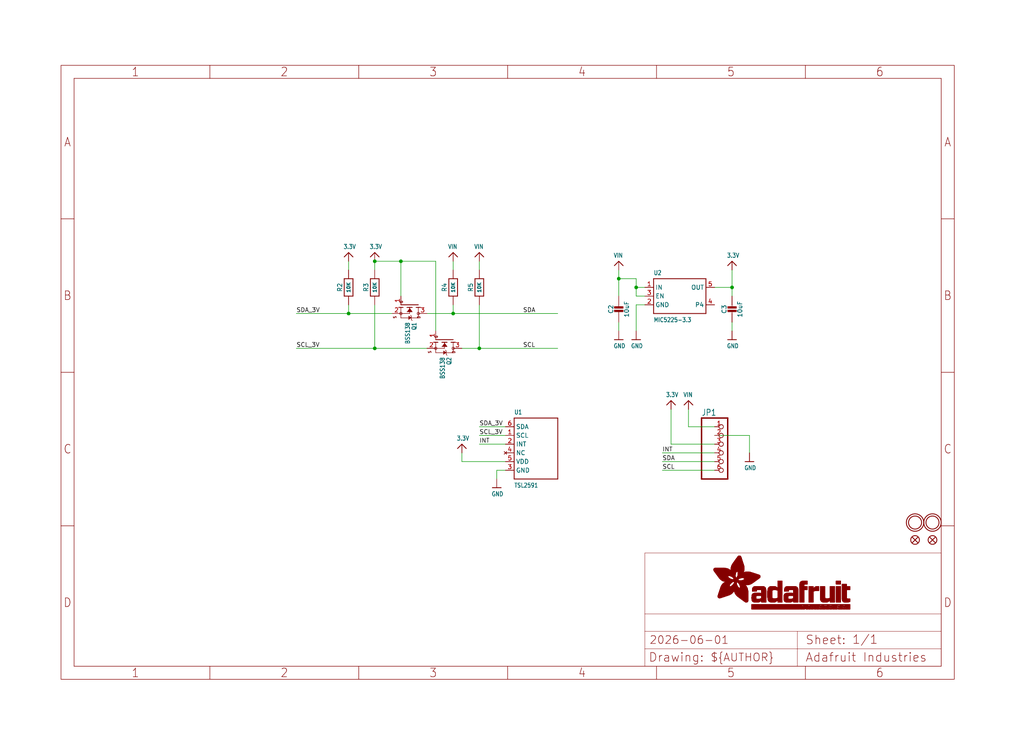
<source format=kicad_sch>
(kicad_sch (version 20230121) (generator eeschema)
  (paper "User" 298.45 217.322)
  (lib_symbols
    (symbol "working-eagle-import:3.3V" (power)
      (property "Value" "3.3V" (at -1.524 1.016 0))
      (symbol "3.3V_1_0"
        (pin power_in line (at 0 -2.54 90) (length 2.54) (name "3.3V") (number "1"))
      )
    )
    (symbol "working-eagle-import:CAP_CERAMIC0805-NOOUTLINE"
      (property "Reference" "C" (at -2.29 1.25 90))
      (symbol "CAP_CERAMIC0805-NOOUTLINE_1_0"
        (pin passive line (at 0 5.08 270) (length 2.54) (name "1") (number "1"))
        (pin passive line (at 0 -2.54 90) (length 2.54) (name "2") (number "2"))
      )
    )
    (symbol "working-eagle-import:FIDUCIAL{dblquote}{dblquote}")
    (symbol "working-eagle-import:FRAME_A4_ADAFRUIT"
      (symbol "FRAME_A4_ADAFRUIT_1_0"
        (text "${#}/${##}" (at 230.505 10.16 0) (effects (font (size 2.54 2.54)) (justify left bottom)))
        (text "${AUTHOR}" (at 189.23 5.08 0) (effects (font (size 2.286 2.286)) (justify left bottom)))
        (text "${CURRENT_DATE}" (at 171.45 10.16 0) (effects (font (size 2.286 2.286)) (justify left bottom)))
        (text "${PROJECTNAME}" (at 171.45 15.24 0) (effects (font (size 2.54 2.54)) (justify left bottom)))
        (text "1" (at 21.6958 1.905 0) (effects (font (size 2.54 2.286))))
        (text "1" (at 21.6958 177.165 0) (effects (font (size 2.54 2.286))))
        (text "2" (at 65.0875 1.905 0) (effects (font (size 2.54 2.286))))
        (text "2" (at 65.0875 177.165 0) (effects (font (size 2.54 2.286))))
        (text "3" (at 108.4792 1.905 0) (effects (font (size 2.54 2.286))))
        (text "3" (at 108.4792 177.165 0) (effects (font (size 2.54 2.286))))
        (text "4" (at 151.8708 1.905 0) (effects (font (size 2.54 2.286))))
        (text "4" (at 151.8708 177.165 0) (effects (font (size 2.54 2.286))))
        (text "5" (at 195.2625 1.905 0) (effects (font (size 2.54 2.286))))
        (text "5" (at 195.2625 177.165 0) (effects (font (size 2.54 2.286))))
        (text "6" (at 238.6542 1.905 0) (effects (font (size 2.54 2.286))))
        (text "6" (at 238.6542 177.165 0) (effects (font (size 2.54 2.286))))
        (text "A" (at 1.905 156.6863 0) (effects (font (size 2.54 2.286))))
        (text "A" (at 258.445 156.6863 0) (effects (font (size 2.54 2.286))))
        (text "Adafruit Industries" (at 216.916 4.953 0) (effects (font (size 2.54 2.54)) (justify left bottom)))
        (text "B" (at 1.905 111.9188 0) (effects (font (size 2.54 2.286))))
        (text "B" (at 258.445 111.9188 0) (effects (font (size 2.54 2.286))))
        (text "C" (at 1.905 67.1513 0) (effects (font (size 2.54 2.286))))
        (text "C" (at 258.445 67.1513 0) (effects (font (size 2.54 2.286))))
        (text "D" (at 1.905 22.3838 0) (effects (font (size 2.54 2.286))))
        (text "D" (at 258.445 22.3838 0) (effects (font (size 2.54 2.286))))
        (text "Drawing:" (at 171.196 4.953 0) (effects (font (size 2.54 2.54)) (justify left bottom)))
        (text "Sheet:" (at 216.916 10.033 0) (effects (font (size 2.54 2.54)) (justify left bottom)))
      )
    )
    (symbol "working-eagle-import:GND" (power)
      (property "Value" "GND" (at -1.524 -2.54 0))
      (symbol "GND_1_0"
        (pin power_in line (at 0 2.54 270) (length 2.54) (name "GND") (number "1"))
      )
    )
    (symbol "working-eagle-import:HEADER-1X676MIL_FULLROUND"
      (property "Reference" "JP" (at -6.35 10.795 0))
      (symbol "HEADER-1X676MIL_FULLROUND_1_0"
        (pin passive inverted (at -2.54 7.62 0) (length 2.54) (name "1") (number "1"))
        (pin passive inverted (at -2.54 5.08 0) (length 2.54) (name "2") (number "2"))
        (pin passive inverted (at -2.54 2.54 0) (length 2.54) (name "3") (number "3"))
        (pin passive inverted (at -2.54 0 0) (length 2.54) (name "4") (number "4"))
        (pin passive inverted (at -2.54 -2.54 0) (length 2.54) (name "5") (number "5"))
        (pin passive inverted (at -2.54 -5.08 0) (length 2.54) (name "6") (number "6"))
      )
    )
    (symbol "working-eagle-import:LIGHT_TSL2591"
      (property "Reference" "U" (at -7.62 8.636 0))
      (symbol "LIGHT_TSL2591_1_0"
        (pin bidirectional line (at -10.16 2.54 0) (length 2.54) (name "SCL") (number "1"))
        (pin output line (at -10.16 0 0) (length 2.54) (name "INT") (number "2"))
        (pin power_in line (at -10.16 -7.62 0) (length 2.54) (name "GND") (number "3"))
        (pin no_connect line (at -10.16 -2.54 0) (length 2.54) (name "NC") (number "4"))
        (pin power_in line (at -10.16 -5.08 0) (length 2.54) (name "VDD") (number "5"))
        (pin bidirectional line (at -10.16 5.08 0) (length 2.54) (name "SDA") (number "6"))
      )
    )
    (symbol "working-eagle-import:MOSFET-NWIDE"
      (property "Reference" "Q" (at 5.08 0.635 0))
      (symbol "MOSFET-NWIDE_1_0"
        (text "D" (at 3.175 3.175 0) (effects (font (size 0.8128 0.6908)) (justify left bottom)))
        (text "G" (at -1.27 -1.905 0) (effects (font (size 0.8128 0.6908)) (justify left bottom)))
        (text "S" (at 3.175 -3.81 0) (effects (font (size 0.8128 0.6908)) (justify left bottom)))
        (pin bidirectional line (at -2.54 -2.54 0) (length 2.54) (name "G") (number "1"))
        (pin bidirectional line (at 2.54 -5.08 90) (length 2.54) (name "S") (number "2"))
        (pin bidirectional line (at 2.54 5.08 270) (length 2.54) (name "D") (number "3"))
      )
    )
    (symbol "working-eagle-import:MOUNTINGHOLE2.5")
    (symbol "working-eagle-import:RESISTOR0805_NOOUTLINE"
      (property "Reference" "R" (at 0 2.54 0))
      (symbol "RESISTOR0805_NOOUTLINE_1_0"
        (pin passive line (at -5.08 0 0) (length 2.54) (name "1") (number "1"))
        (pin passive line (at 5.08 0 180) (length 2.54) (name "2") (number "2"))
      )
    )
    (symbol "working-eagle-import:RESISTOR_0805MP"
      (property "Reference" "R" (at 0 2.54 0))
      (symbol "RESISTOR_0805MP_1_0"
        (pin passive line (at -5.08 0 0) (length 2.54) (name "1") (number "1"))
        (pin passive line (at 5.08 0 180) (length 2.54) (name "2") (number "2"))
      )
    )
    (symbol "working-eagle-import:VIN" (power)
      (property "Value" "VIN" (at -1.524 1.016 0))
      (symbol "VIN_1_0"
        (pin power_in line (at 0 -2.54 90) (length 2.54) (name "VIN") (number "1"))
      )
    )
    (symbol "working-eagle-import:VREG_SOT23-5"
      (property "Reference" "U" (at -7.62 6.096 0))
      (symbol "VREG_SOT23-5_1_0"
        (pin power_in line (at -10.16 2.54 0) (length 2.54) (name "IN") (number "1"))
        (pin power_in line (at -10.16 -2.54 0) (length 2.54) (name "GND") (number "2"))
        (pin input line (at -10.16 0 0) (length 2.54) (name "EN") (number "3"))
        (pin bidirectional line (at 10.16 -2.54 180) (length 2.54) (name "P4") (number "4"))
        (pin power_in line (at 10.16 2.54 180) (length 2.54) (name "OUT") (number "5"))
      )
    )
  )
  (junction (at 116.84 76.2))
  (junction (at 132.08 91.44))
  (junction (at 101.6 91.44))
  (junction (at 213.36 83.82))
  (junction (at 139.7 101.6))
  (junction (at 109.22 76.2))
  (junction (at 180.34 81.28))
  (junction (at 185.42 83.82))
  (junction (at 109.22 101.6))
  (wire (pts (xy 124.46 91.44) (xy 132.08 91.44)) (stroke (width 0.1524)))
  (wire (pts (xy 195.58 129.54) (xy 195.58 119.38)) (stroke (width 0.1524)))
  (wire (pts (xy 132.08 88.9) (xy 132.08 91.44)) (stroke (width 0.1524)))
  (wire (pts (xy 147.32 124.46) (xy 139.7 124.46)) (stroke (width 0.1524)))
  (wire (pts (xy 101.6 78.74) (xy 101.6 76.2)) (stroke (width 0.1524)))
  (wire (pts (xy 213.36 83.82) (xy 213.36 86.36)) (stroke (width 0.1524)))
  (wire (pts (xy 187.96 88.9) (xy 185.42 88.9)) (stroke (width 0.1524)))
  (wire (pts (xy 185.42 81.28) (xy 180.34 81.28)) (stroke (width 0.1524)))
  (wire (pts (xy 144.78 137.16) (xy 144.78 139.7)) (stroke (width 0.1524)))
  (wire (pts (xy 132.08 91.44) (xy 162.56 91.44)) (stroke (width 0.1524)))
  (wire (pts (xy 185.42 83.82) (xy 185.42 81.28)) (stroke (width 0.1524)))
  (wire (pts (xy 180.34 93.98) (xy 180.34 96.52)) (stroke (width 0.1524)))
  (wire (pts (xy 193.04 134.62) (xy 208.28 134.62)) (stroke (width 0.1524)))
  (wire (pts (xy 208.28 83.82) (xy 213.36 83.82)) (stroke (width 0.1524)))
  (wire (pts (xy 147.32 129.54) (xy 139.7 129.54)) (stroke (width 0.1524)))
  (wire (pts (xy 218.44 127) (xy 218.44 132.08)) (stroke (width 0.1524)))
  (wire (pts (xy 208.28 129.54) (xy 195.58 129.54)) (stroke (width 0.1524)))
  (wire (pts (xy 187.96 86.36) (xy 185.42 86.36)) (stroke (width 0.1524)))
  (wire (pts (xy 193.04 137.16) (xy 208.28 137.16)) (stroke (width 0.1524)))
  (wire (pts (xy 109.22 88.9) (xy 109.22 101.6)) (stroke (width 0.1524)))
  (wire (pts (xy 101.6 91.44) (xy 86.36 91.44)) (stroke (width 0.1524)))
  (wire (pts (xy 134.62 101.6) (xy 139.7 101.6)) (stroke (width 0.1524)))
  (wire (pts (xy 132.08 76.2) (xy 132.08 78.74)) (stroke (width 0.1524)))
  (wire (pts (xy 127 96.52) (xy 127 76.2)) (stroke (width 0.1524)))
  (wire (pts (xy 213.36 78.74) (xy 213.36 83.82)) (stroke (width 0.1524)))
  (wire (pts (xy 116.84 76.2) (xy 109.22 76.2)) (stroke (width 0.1524)))
  (wire (pts (xy 200.66 124.46) (xy 200.66 119.38)) (stroke (width 0.1524)))
  (wire (pts (xy 185.42 88.9) (xy 185.42 96.52)) (stroke (width 0.1524)))
  (wire (pts (xy 147.32 127) (xy 139.7 127)) (stroke (width 0.1524)))
  (wire (pts (xy 208.28 124.46) (xy 200.66 124.46)) (stroke (width 0.1524)))
  (wire (pts (xy 187.96 83.82) (xy 185.42 83.82)) (stroke (width 0.1524)))
  (wire (pts (xy 124.46 101.6) (xy 109.22 101.6)) (stroke (width 0.1524)))
  (wire (pts (xy 185.42 86.36) (xy 185.42 83.82)) (stroke (width 0.1524)))
  (wire (pts (xy 213.36 93.98) (xy 213.36 96.52)) (stroke (width 0.1524)))
  (wire (pts (xy 114.3 91.44) (xy 101.6 91.44)) (stroke (width 0.1524)))
  (wire (pts (xy 127 76.2) (xy 116.84 76.2)) (stroke (width 0.1524)))
  (wire (pts (xy 147.32 137.16) (xy 144.78 137.16)) (stroke (width 0.1524)))
  (wire (pts (xy 208.28 132.08) (xy 193.04 132.08)) (stroke (width 0.1524)))
  (wire (pts (xy 147.32 134.62) (xy 134.62 134.62)) (stroke (width 0.1524)))
  (wire (pts (xy 101.6 88.9) (xy 101.6 91.44)) (stroke (width 0.1524)))
  (wire (pts (xy 208.28 127) (xy 218.44 127)) (stroke (width 0.1524)))
  (wire (pts (xy 116.84 86.36) (xy 116.84 76.2)) (stroke (width 0.1524)))
  (wire (pts (xy 139.7 88.9) (xy 139.7 101.6)) (stroke (width 0.1524)))
  (wire (pts (xy 134.62 134.62) (xy 134.62 132.08)) (stroke (width 0.1524)))
  (wire (pts (xy 180.34 86.36) (xy 180.34 81.28)) (stroke (width 0.1524)))
  (wire (pts (xy 139.7 101.6) (xy 162.56 101.6)) (stroke (width 0.1524)))
  (wire (pts (xy 180.34 81.28) (xy 180.34 78.74)) (stroke (width 0.1524)))
  (wire (pts (xy 139.7 76.2) (xy 139.7 78.74)) (stroke (width 0.1524)))
  (wire (pts (xy 109.22 78.74) (xy 109.22 76.2)) (stroke (width 0.1524)))
  (wire (pts (xy 109.22 101.6) (xy 86.36 101.6)) (stroke (width 0.1524)))
  (label "SCL_3V" (at 139.7 127 0) (effects (font (size 1.2446 1.2446))))
  (label "INT" (at 193.04 132.08 0) (effects (font (size 1.2446 1.2446))))
  (label "SDA_3V" (at 139.7 124.46 0) (effects (font (size 1.2446 1.2446))))
  (label "SDA" (at 193.04 134.62 0) (effects (font (size 1.2446 1.2446))))
  (label "INT" (at 139.7 129.54 0) (effects (font (size 1.2446 1.2446))))
  (label "SDA_3V" (at 86.36 91.44 0) (effects (font (size 1.2446 1.2446))))
  (label "SCL" (at 193.04 137.16 0) (effects (font (size 1.2446 1.2446))))
  (label "SCL" (at 152.4 101.6 0) (effects (font (size 1.2446 1.2446))))
  (label "SDA" (at 152.4 91.44 0) (effects (font (size 1.2446 1.2446))))
  (label "SCL_3V" (at 86.36 101.6 0) (effects (font (size 1.2446 1.2446))))
  (symbol (lib_id "working-eagle-import:MOSFET-NWIDE") (at 129.54 99.06 270) (unit 1)
    (property "Reference" "Q2" (at 130.175 104.14 0) (effects (font (size 1.27 1.0795)) (justify left bottom)))
    (property "Value" "BSS138" (at 128.27 104.14 0) (effects (font (size 1.27 1.0795)) (justify left bottom)))
    (property "Footprint" "working:SOT23-WIDE" (effects hide))
  )
  (symbol (lib_id "working-eagle-import:GND") (at 185.42 99.06 0) (unit 1)
    (property "Reference" "#U$8" (effects hide))
    (property "Value" "GND" (at 183.896 101.6 0) (effects (font (size 1.27 1.0795)) (justify left bottom)))
  )
  (symbol (lib_id "working-eagle-import:RESISTOR0805_NOOUTLINE") (at 109.22 83.82 90) (unit 1)
    (property "Reference" "R3" (at 106.68 83.82 0))
    (property "Value" "10K" (at 109.22 83.82 0) (effects (font (size 1.016 1.016) bold)))
    (property "Footprint" "working:0805-NO" (effects hide))
  )
  (symbol (lib_id "working-eagle-import:RESISTOR_0805MP") (at 139.7 83.82 90) (unit 1)
    (property "Reference" "R5" (at 137.16 83.82 0))
    (property "Value" "10K" (at 139.7 83.82 0) (effects (font (size 1.016 1.016) bold)))
    (property "Footprint" "working:_0805MP" (effects hide))
  )
  (symbol (lib_id "working-eagle-import:3.3V") (at 213.36 76.2 0) (unit 1)
    (property "Reference" "#U$9" (effects hide))
    (property "Value" "3.3V" (at 211.836 75.184 0) (effects (font (size 1.27 1.0795)) (justify left bottom)))
  )
  (symbol (lib_id "working-eagle-import:MOUNTINGHOLE2.5") (at 266.7 152.4 0) (unit 1)
    (property "Reference" "U$19" (effects hide))
    (property "Value" "MOUNTINGHOLE2.5" (effects hide))
    (property "Footprint" "working:MOUNTINGHOLE_2.5_PLATED" (effects hide))
  )
  (symbol (lib_id "working-eagle-import:CAP_CERAMIC0805-NOOUTLINE") (at 213.36 91.44 0) (unit 1)
    (property "Reference" "C3" (at 211.07 90.19 90))
    (property "Value" "10uF" (at 215.66 90.19 90))
    (property "Footprint" "working:0805-NO" (effects hide))
  )
  (symbol (lib_id "working-eagle-import:FRAME_A4_ADAFRUIT") (at 17.78 198.12 0) (unit 1)
    (property "Reference" "#U$1" (effects hide))
    (property "Value" "FRAME_A4_ADAFRUIT" (effects hide))
  )
  (symbol (lib_id "working-eagle-import:LIGHT_TSL2591") (at 157.48 129.54 0) (unit 1)
    (property "Reference" "U1" (at 149.86 120.904 0) (effects (font (size 1.27 1.0795)) (justify left bottom)))
    (property "Value" "TSL2591" (at 149.86 142.24 0) (effects (font (size 1.27 1.0795)) (justify left bottom)))
    (property "Footprint" "working:DFN6_TAOS" (effects hide))
  )
  (symbol (lib_id "working-eagle-import:3.3V") (at 109.22 73.66 0) (unit 1)
    (property "Reference" "#U$11" (effects hide))
    (property "Value" "3.3V" (at 107.696 72.644 0) (effects (font (size 1.27 1.0795)) (justify left bottom)))
  )
  (symbol (lib_id "working-eagle-import:MOUNTINGHOLE2.5") (at 271.78 152.4 0) (unit 1)
    (property "Reference" "U$18" (effects hide))
    (property "Value" "MOUNTINGHOLE2.5" (effects hide))
    (property "Footprint" "working:MOUNTINGHOLE_2.5_PLATED" (effects hide))
  )
  (symbol (lib_id "working-eagle-import:GND") (at 213.36 99.06 0) (unit 1)
    (property "Reference" "#U$12" (effects hide))
    (property "Value" "GND" (at 211.836 101.6 0) (effects (font (size 1.27 1.0795)) (justify left bottom)))
  )
  (symbol (lib_id "working-eagle-import:VREG_SOT23-5") (at 198.12 86.36 0) (unit 1)
    (property "Reference" "U2" (at 190.5 80.264 0) (effects (font (size 1.27 1.0795)) (justify left bottom)))
    (property "Value" "MIC5225-3.3" (at 190.5 93.98 0) (effects (font (size 1.27 1.0795)) (justify left bottom)))
    (property "Footprint" "working:SOT23-5" (effects hide))
  )
  (symbol (lib_id "working-eagle-import:FIDUCIAL{dblquote}{dblquote}") (at 271.78 157.48 0) (unit 1)
    (property "Reference" "FID1" (effects hide))
    (property "Value" "FIDUCIAL{dblquote}{dblquote}" (effects hide))
    (property "Footprint" "working:FIDUCIAL_1MM" (effects hide))
  )
  (symbol (lib_id "working-eagle-import:3.3V") (at 134.62 129.54 0) (unit 1)
    (property "Reference" "#U$2" (effects hide))
    (property "Value" "3.3V" (at 133.096 128.524 0) (effects (font (size 1.27 1.0795)) (justify left bottom)))
  )
  (symbol (lib_id "working-eagle-import:VIN") (at 180.34 76.2 0) (unit 1)
    (property "Reference" "#U$6" (effects hide))
    (property "Value" "VIN" (at 178.816 75.184 0) (effects (font (size 1.27 1.0795)) (justify left bottom)))
  )
  (symbol (lib_id "working-eagle-import:3.3V") (at 101.6 73.66 0) (unit 1)
    (property "Reference" "#U$10" (effects hide))
    (property "Value" "3.3V" (at 100.076 72.644 0) (effects (font (size 1.27 1.0795)) (justify left bottom)))
  )
  (symbol (lib_id "working-eagle-import:VIN") (at 200.66 116.84 0) (unit 1)
    (property "Reference" "#U$5" (effects hide))
    (property "Value" "VIN" (at 199.136 115.824 0) (effects (font (size 1.27 1.0795)) (justify left bottom)))
  )
  (symbol (lib_id "working-eagle-import:GND") (at 218.44 134.62 0) (unit 1)
    (property "Reference" "#U$14" (effects hide))
    (property "Value" "GND" (at 216.916 137.16 0) (effects (font (size 1.27 1.0795)) (justify left bottom)))
  )
  (symbol (lib_id "working-eagle-import:3.3V") (at 195.58 116.84 0) (unit 1)
    (property "Reference" "#U$13" (effects hide))
    (property "Value" "3.3V" (at 194.056 115.824 0) (effects (font (size 1.27 1.0795)) (justify left bottom)))
  )
  (symbol (lib_id "working-eagle-import:FIDUCIAL{dblquote}{dblquote}") (at 266.7 157.48 0) (unit 1)
    (property "Reference" "FID2" (effects hide))
    (property "Value" "FIDUCIAL{dblquote}{dblquote}" (effects hide))
    (property "Footprint" "working:FIDUCIAL_1MM" (effects hide))
  )
  (symbol (lib_id "working-eagle-import:HEADER-1X676MIL_FULLROUND") (at 210.82 132.08 0) (unit 1)
    (property "Reference" "JP1" (at 204.47 121.285 0) (effects (font (size 1.778 1.5113)) (justify left bottom)))
    (property "Value" "HEADER-1X676MIL_FULLROUND" (effects hide))
    (property "Footprint" "working:1X06_ROUND_FULL_76" (effects hide))
  )
  (symbol (lib_id "working-eagle-import:GND") (at 144.78 142.24 0) (unit 1)
    (property "Reference" "#U$3" (effects hide))
    (property "Value" "GND" (at 143.256 144.78 0) (effects (font (size 1.27 1.0795)) (justify left bottom)))
  )
  (symbol (lib_id "working-eagle-import:MOSFET-NWIDE") (at 119.38 88.9 270) (unit 1)
    (property "Reference" "Q1" (at 120.015 93.98 0) (effects (font (size 1.27 1.0795)) (justify left bottom)))
    (property "Value" "BSS138" (at 118.11 93.98 0) (effects (font (size 1.27 1.0795)) (justify left bottom)))
    (property "Footprint" "working:SOT23-WIDE" (effects hide))
  )
  (symbol (lib_id "working-eagle-import:VIN") (at 132.08 73.66 0) (unit 1)
    (property "Reference" "#U$16" (effects hide))
    (property "Value" "VIN" (at 130.556 72.644 0) (effects (font (size 1.27 1.0795)) (justify left bottom)))
  )
  (symbol (lib_id "working-eagle-import:RESISTOR0805_NOOUTLINE") (at 132.08 83.82 90) (unit 1)
    (property "Reference" "R4" (at 129.54 83.82 0))
    (property "Value" "10K" (at 132.08 83.82 0) (effects (font (size 1.016 1.016) bold)))
    (property "Footprint" "working:0805-NO" (effects hide))
  )
  (symbol (lib_id "working-eagle-import:CAP_CERAMIC0805-NOOUTLINE") (at 180.34 91.44 0) (unit 1)
    (property "Reference" "C2" (at 178.05 90.19 90))
    (property "Value" "10uF" (at 182.64 90.19 90))
    (property "Footprint" "working:0805-NO" (effects hide))
  )
  (symbol (lib_id "working-eagle-import:VIN") (at 139.7 73.66 0) (unit 1)
    (property "Reference" "#U$17" (effects hide))
    (property "Value" "VIN" (at 138.176 72.644 0) (effects (font (size 1.27 1.0795)) (justify left bottom)))
  )
  (symbol (lib_id "working-eagle-import:GND") (at 180.34 99.06 0) (unit 1)
    (property "Reference" "#U$7" (effects hide))
    (property "Value" "GND" (at 178.816 101.6 0) (effects (font (size 1.27 1.0795)) (justify left bottom)))
  )
  (symbol (lib_id "working-eagle-import:RESISTOR0805_NOOUTLINE") (at 101.6 83.82 90) (unit 1)
    (property "Reference" "R2" (at 99.06 83.82 0))
    (property "Value" "10K" (at 101.6 83.82 0) (effects (font (size 1.016 1.016) bold)))
    (property "Footprint" "working:0805-NO" (effects hide))
  )
)
</source>
